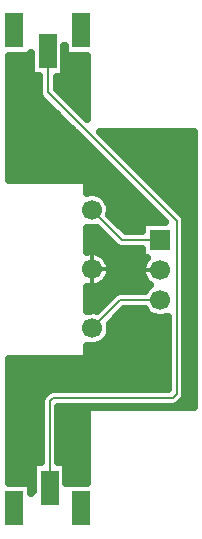
<source format=gbr>
G04 DipTrace 2.4.0.2*
%INTop.gbr*%
%MOIN*%
%ADD14C,0.006*%
%ADD15C,0.025*%
%ADD16C,0.013*%
%ADD17R,0.0669X0.0669*%
%ADD18C,0.0669*%
%ADD19R,0.0591X0.1181*%
%ADD20C,0.0669*%
%ADD21C,0.04*%
%FSLAX44Y44*%
G04*
G70*
G90*
G75*
G01*
%LNTop*%
%LPD*%
X5628Y19754D2*
D14*
Y19567D1*
Y18375D1*
X9924Y14079D1*
Y8309D1*
X9803Y8189D1*
X5811D1*
X5690Y8068D1*
Y5315D1*
Y5190D1*
X5628Y19567D2*
D3*
X5690Y5315D2*
D3*
X7113Y14442D2*
X8114Y13441D1*
X9378D1*
X7113Y10505D2*
X8049Y11441D1*
X9378D1*
X7113Y12473D2*
X8570D1*
X8603Y12441D1*
X9378D1*
D21*
X5628Y19567D3*
X5690Y5315D3*
X4350Y19376D2*
D15*
X5044D1*
X6211D2*
X6907D1*
X4350Y19127D2*
X5044D1*
X6211D2*
X6907D1*
X4350Y18879D2*
X5310D1*
X5950D2*
X6907D1*
X4350Y18630D2*
X5310D1*
X5950D2*
X6907D1*
X4350Y18381D2*
X5310D1*
X6063D2*
X6907D1*
X4350Y18133D2*
X5427D1*
X6313D2*
X6907D1*
X4350Y17884D2*
X5677D1*
X6559D2*
X6907D1*
X4350Y17635D2*
X5927D1*
X6809D2*
X6907D1*
X4350Y17387D2*
X6173D1*
X4350Y17138D2*
X6423D1*
X4350Y16889D2*
X6673D1*
X7555D2*
X10470D1*
X4350Y16641D2*
X6919D1*
X7805D2*
X10470D1*
X4350Y16392D2*
X7169D1*
X8051D2*
X10470D1*
X4350Y16143D2*
X7419D1*
X8301D2*
X10470D1*
X4350Y15895D2*
X7665D1*
X8551D2*
X10470D1*
X4350Y15646D2*
X7915D1*
X8797D2*
X10470D1*
X6977Y15397D2*
X8165D1*
X9047D2*
X10470D1*
X6977Y15148D2*
X8411D1*
X9297D2*
X10470D1*
X7524Y14900D2*
X8661D1*
X9543D2*
X10470D1*
X7700Y14651D2*
X8911D1*
X9793D2*
X10470D1*
X7735Y14402D2*
X9157D1*
X10043D2*
X10470D1*
X7844Y14154D2*
X9407D1*
X10235D2*
X10470D1*
X8090Y13905D2*
X8755D1*
X10243D2*
X10470D1*
X6977Y13656D2*
X7454D1*
X10243D2*
X10470D1*
X6977Y13408D2*
X7704D1*
X10243D2*
X10470D1*
X6977Y13159D2*
X8001D1*
X10243D2*
X10470D1*
X7547Y12910D2*
X8755D1*
X10243D2*
X10470D1*
X7707Y12662D2*
X8794D1*
X10243D2*
X10470D1*
X7735Y12413D2*
X8755D1*
X10243D2*
X10470D1*
X7653Y12164D2*
X8821D1*
X10243D2*
X10470D1*
X7356Y11916D2*
X8986D1*
X10243D2*
X10470D1*
X6977Y11667D2*
X7833D1*
X10243D2*
X10470D1*
X6977Y11418D2*
X7583D1*
X10243D2*
X10470D1*
X6977Y11169D2*
X7333D1*
X10243D2*
X10470D1*
X7969Y10921D2*
X9056D1*
X10243D2*
X10470D1*
X7723Y10672D2*
X9603D1*
X10243D2*
X10470D1*
X7731Y10423D2*
X9603D1*
X10243D2*
X10470D1*
X7637Y10175D2*
X9603D1*
X10243D2*
X10470D1*
X7293Y9926D2*
X9603D1*
X10243D2*
X10470D1*
X6977Y9677D2*
X9603D1*
X10243D2*
X10470D1*
X4350Y9429D2*
X9603D1*
X10243D2*
X10470D1*
X4350Y9180D2*
X9603D1*
X10243D2*
X10470D1*
X4350Y8931D2*
X9603D1*
X10243D2*
X10470D1*
X4350Y8683D2*
X9603D1*
X10243D2*
X10470D1*
X4350Y8434D2*
X5622D1*
X10243D2*
X10470D1*
X4350Y8185D2*
X5396D1*
X10215D2*
X10470D1*
X4350Y7937D2*
X5372D1*
X9981D2*
X10470D1*
X4350Y7688D2*
X5372D1*
X6012D2*
X6907D1*
X4350Y7439D2*
X5372D1*
X6012D2*
X6907D1*
X4350Y7190D2*
X5372D1*
X6012D2*
X6907D1*
X4350Y6942D2*
X5372D1*
X6012D2*
X6907D1*
X4350Y6693D2*
X5372D1*
X6012D2*
X6907D1*
X4350Y6444D2*
X5372D1*
X6012D2*
X6907D1*
X4350Y6196D2*
X5372D1*
X6012D2*
X6907D1*
X4350Y5947D2*
X5107D1*
X6274D2*
X6907D1*
X4350Y5698D2*
X5107D1*
X6274D2*
X6907D1*
X4350Y5450D2*
X5107D1*
X6274D2*
X6907D1*
X8904Y14041D2*
X9548D1*
X8566Y15020D1*
X5419Y18166D1*
X5351Y18274D1*
X5333Y18375D1*
Y18902D1*
X5068Y18899D1*
X5063Y19672D1*
Y19586D1*
X4325D1*
Y15451D1*
X6825D1*
X6931Y15390D1*
X6950Y15326D1*
Y15018D1*
X7037Y15037D1*
X7162Y15039D1*
X7285Y15016D1*
X7400Y14968D1*
X7503Y14897D1*
X7588Y14807D1*
X7654Y14700D1*
X7695Y14583D1*
X7712Y14442D1*
X7688Y14284D1*
X8239Y13736D1*
X8781D1*
X8779Y14041D1*
X8904D1*
X8935Y12841D2*
X8779D1*
Y13142D1*
X8378Y13146D1*
X8114D1*
X7989Y13174D1*
X7905Y13232D1*
X7272Y13865D1*
X7179Y13846D1*
X7054Y13845D1*
X6951Y13866D1*
X6950Y13049D1*
X7037Y13068D1*
X7162Y13071D1*
X7285Y13048D1*
X7400Y13000D1*
X7503Y12929D1*
X7588Y12838D1*
X7654Y12732D1*
X7695Y12614D1*
X7712Y12491D1*
X7704Y12374D1*
X7670Y12254D1*
X7613Y12143D1*
X7534Y12047D1*
X7436Y11969D1*
X7325Y11913D1*
X7204Y11881D1*
X7079Y11875D1*
X6951Y11896D1*
X6950Y11080D1*
X7037Y11100D1*
X7162Y11102D1*
X7273Y11081D1*
X7840Y11650D1*
X7948Y11717D1*
X8049Y11736D1*
X8857D1*
X8887Y11785D1*
X8969Y11879D1*
X9047Y11938D1*
X8946Y12026D1*
X8869Y12124D1*
X8815Y12237D1*
X8784Y12358D1*
X8780Y12482D1*
X8802Y12605D1*
X8848Y12721D1*
X8918Y12825D1*
X8932Y12842D1*
X9627Y10899D2*
X9567Y10872D1*
X9445Y10845D1*
X9320Y10844D1*
X9198Y10869D1*
X9083Y10919D1*
X8982Y10991D1*
X8897Y11083D1*
X8859Y11147D1*
X8169Y11144D1*
X7691Y10666D1*
X7712Y10505D1*
X7699Y10381D1*
X7661Y10262D1*
X7599Y10154D1*
X7515Y10061D1*
X7415Y9987D1*
X7301Y9936D1*
X7179Y9909D1*
X7054Y9908D1*
X6951Y9929D1*
X6950Y9618D1*
X6889Y9513D1*
X6825Y9493D1*
X4325D1*
Y5357D1*
X5063Y5358D1*
Y5011D1*
X5130Y5085D1*
Y6046D1*
X5392D1*
X5395Y6440D1*
Y8068D1*
X5424Y8193D1*
X5469Y8264D1*
X5602Y8397D1*
X5696Y8460D1*
X5811Y8484D1*
X9627D1*
X9629Y10899D1*
X6188Y19934D2*
Y18899D1*
X5926D1*
X5925Y18495D1*
X6933Y17487D1*
X6931Y19307D1*
Y19584D1*
X6193Y19586D1*
Y19934D1*
X5986Y6046D2*
X6251D1*
Y5354D1*
X6818Y5358D1*
X6931D1*
Y7763D1*
X6992Y7868D1*
X7056Y7888D1*
X10494D1*
Y17057D1*
X7365D1*
X10132Y14288D1*
X10200Y14180D1*
X10219Y14079D1*
Y8309D1*
X10190Y8185D1*
X10145Y8114D1*
X10012Y7980D1*
X9918Y7917D1*
X9803Y7894D1*
X5987D1*
X5985Y6049D1*
X8779Y12441D2*
D16*
X9378D1*
X7113Y13073D2*
Y11874D1*
Y12473D2*
X7712D1*
D17*
X9378Y13441D3*
D18*
Y12441D3*
Y11441D3*
D19*
X4503Y20442D3*
X5628Y19754D3*
X6753Y20442D3*
X4503Y4503D3*
X5690Y5190D3*
X6753Y4503D3*
D20*
X7113Y10505D3*
Y12473D3*
Y14442D3*
M02*

</source>
